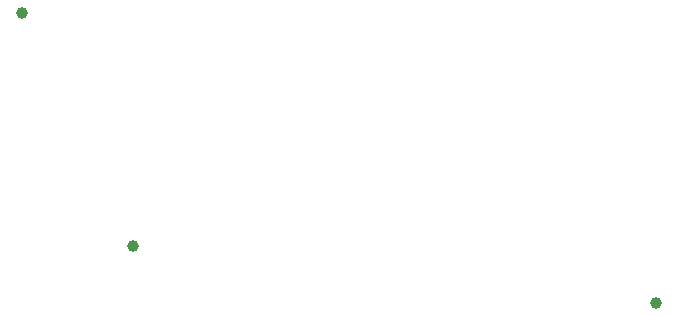
<source format=gbp>
G04*
G04 #@! TF.GenerationSoftware,Altium Limited,Altium Designer,23.8.1 (32)*
G04*
G04 Layer_Color=128*
%FSLAX44Y44*%
%MOMM*%
G71*
G04*
G04 #@! TF.SameCoordinates,9A5F4E38-F979-48D4-9C3D-4FC56E0EA2F6*
G04*
G04*
G04 #@! TF.FilePolarity,Positive*
G04*
G01*
G75*
%ADD19C,1.0000*%
D19*
X582504Y30988D02*
D03*
X139528Y78740D02*
D03*
X45466Y275844D02*
D03*
M02*

</source>
